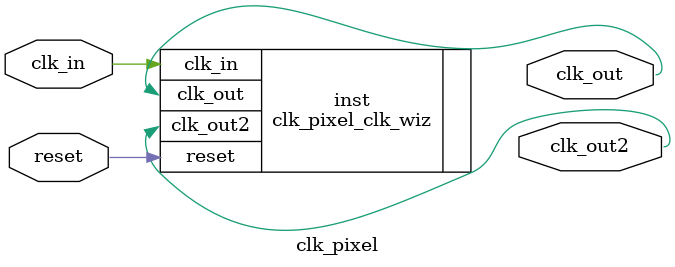
<source format=v>


`timescale 1ps/1ps

(* CORE_GENERATION_INFO = "clk_pixel,clk_wiz_v6_0_1_0_0,{component_name=clk_pixel,use_phase_alignment=true,use_min_o_jitter=false,use_max_i_jitter=false,use_dyn_phase_shift=false,use_inclk_switchover=false,use_dyn_reconfig=false,enable_axi=0,feedback_source=FDBK_AUTO,PRIMITIVE=MMCM,num_out_clk=2,clkin1_period=10.000,clkin2_period=10.000,use_power_down=false,use_reset=true,use_locked=false,use_inclk_stopped=false,feedback_type=SINGLE,CLOCK_MGR_TYPE=NA,manual_override=false}" *)

module clk_pixel 
 (
  // Clock out ports
  output        clk_out,
  output        clk_out2,
  // Status and control signals
  input         reset,
 // Clock in ports
  input         clk_in
 );

  clk_pixel_clk_wiz inst
  (
  // Clock out ports  
  .clk_out(clk_out),
  .clk_out2(clk_out2),
  // Status and control signals               
  .reset(reset), 
 // Clock in ports
  .clk_in(clk_in)
  );

endmodule

</source>
